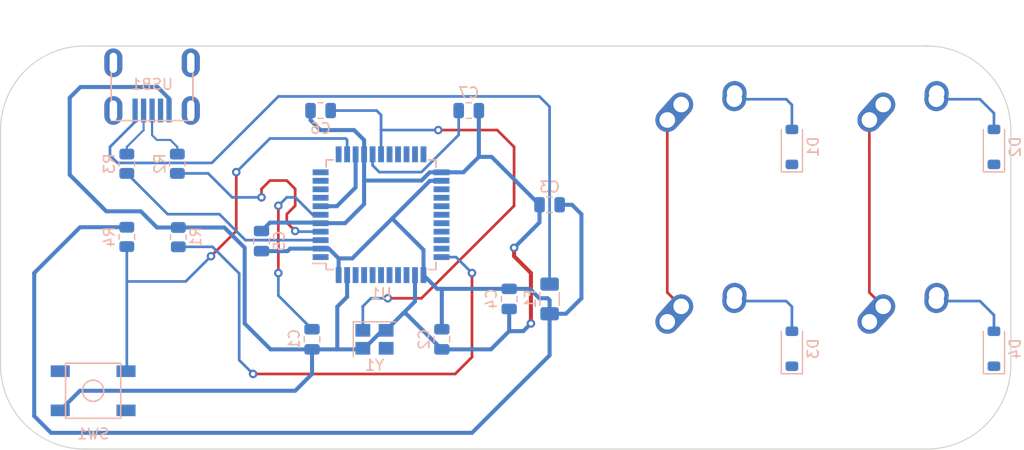
<source format=kicad_pcb>
(kicad_pcb (version 20221018) (generator pcbnew)
  (layers (0 "F.Cu" signal) (31 "B.Cu" signal) (34 "B.Paste" user) (35 "F.Paste" user) (36 "B.SilkS" user "B.Silkscreen") (37 "F.SilkS" user "F.Silkscreen") (38 "B.Mask" user) (39 "F.Mask" user) (44 "Edge.Cuts" user))
  (net 0 "")
  (net 1 "Net-(U1-UCAP)")
  (net 2 "GND")
  (net 3 "+5V")
  (net 4 "Net-(U1-XTAL1)")
  (net 5 "Net-(U1-XTAL2)")
  (net 6 "ROW0")
  (net 7 "Net-(D1-A)")
  (net 8 "Net-(D2-A)")
  (net 9 "ROW1")
  (net 10 "Net-(D3-A)")
  (net 11 "Net-(D4-A)")
  (net 12 "Net-(USB1-VBUS)")
  (net 13 "COL0")
  (net 14 "COL1")
  (net 15 "Net-(U1-~{HWB}{slash}PE2)")
  (net 16 "D+")
  (net 17 "Net-(U1-D+)")
  (net 18 "D-")
  (net 19 "Net-(U1-D-)")
  (net 20 "Net-(U1-~{RESET})")
  (footprint "MX_Alps_Hybrid:MX-1U-NoLED" (layer "F.Cu") (at 233.3625 92.075)
    (fp_text reference "MX3")
    (fp_text value "MX-NoLED")
    (pad "" np_thru_hole circle (at -5.08 0 48.0996) (size 1.75 1.75) (drill 1.75) (layers "*.Cu" "*.Mask"))
    (pad "" np_thru_hole circle (at 0 0) (size 3.9878 3.9878) (drill 3.9878) (layers "*.Cu" "*.Mask"))
    (pad "" np_thru_hole circle (at 5.08 0 48.0996) (size 1.75 1.75) (drill 1.75) (layers "*.Cu" "*.Mask"))
    (pad "1" thru_hole oval (at -3.81 -2.54 48.0996) (size 4.211556 2.25) (drill 1.47 (offset 0.980778 0)) (layers "*.Cu" "B.Mask") (net 13 "COL0"))
    (pad "1" thru_hole circle (at -2.5 -4) (size 2.25 2.25) (drill 1.47) (layers "*.Cu" "B.Mask") (net 13 "COL0"))
    (pad "2" thru_hole oval (at 2.5 -4.5 86.0548) (size 2.831378 2.25) (drill 1.47 (offset 0.290689 0)) (layers "*.Cu" "B.Mask") (net 10 "Net-(D3-A)"))
    (pad "2" thru_hole circle (at 2.54 -5.08) (size 2.25 2.25) (drill 1.47) (layers "*.Cu" "B.Mask") (net 10 "Net-(D3-A)"))
  )
  (footprint "MX_Alps_Hybrid:MX-1U-NoLED" (layer "F.Cu") (at 252.4125 73.025)
    (fp_text reference "MX2")
    (fp_text value "MX-NoLED")
    (pad "" np_thru_hole circle (at -5.08 0 48.0996) (size 1.75 1.75) (drill 1.75) (layers "*.Cu" "*.Mask"))
    (pad "" np_thru_hole circle (at 0 0) (size 3.9878 3.9878) (drill 3.9878) (layers "*.Cu" "*.Mask"))
    (pad "" np_thru_hole circle (at 5.08 0 48.0996) (size 1.75 1.75) (drill 1.75) (layers "*.Cu" "*.Mask"))
    (pad "1" thru_hole oval (at -3.81 -2.54 48.0996) (size 4.211556 2.25) (drill 1.47 (offset 0.980778 0)) (layers "*.Cu" "B.Mask") (net 14 "COL1"))
    (pad "1" thru_hole circle (at -2.5 -4) (size 2.25 2.25) (drill 1.47) (layers "*.Cu" "B.Mask") (net 14 "COL1"))
    (pad "2" thru_hole oval (at 2.5 -4.5 86.0548) (size 2.831378 2.25) (drill 1.47 (offset 0.290689 0)) (layers "*.Cu" "B.Mask") (net 8 "Net-(D2-A)"))
    (pad "2" thru_hole circle (at 2.54 -5.08) (size 2.25 2.25) (drill 1.47) (layers "*.Cu" "B.Mask") (net 8 "Net-(D2-A)"))
  )
  (footprint "MX_Alps_Hybrid:MX-1U-NoLED" (layer "F.Cu") (at 233.3625 73.025)
    (fp_text reference "MX1")
    (fp_text value "MX-NoLED")
    (pad "" np_thru_hole circle (at -5.08 0 48.0996) (size 1.75 1.75) (drill 1.75) (layers "*.Cu" "*.Mask"))
    (pad "" np_thru_hole circle (at 0 0) (size 3.9878 3.9878) (drill 3.9878) (layers "*.Cu" "*.Mask"))
    (pad "" np_thru_hole circle (at 5.08 0 48.0996) (size 1.75 1.75) (drill 1.75) (layers "*.Cu" "*.Mask"))
    (pad "1" thru_hole oval (at -3.81 -2.54 48.0996) (size 4.211556 2.25) (drill 1.47 (offset 0.980778 0)) (layers "*.Cu" "B.Mask") (net 13 "COL0"))
    (pad "1" thru_hole circle (at -2.5 -4) (size 2.25 2.25) (drill 1.47) (layers "*.Cu" "B.Mask") (net 13 "COL0"))
    (pad "2" thru_hole oval (at 2.5 -4.5 86.0548) (size 2.831378 2.25) (drill 1.47 (offset 0.290689 0)) (layers "*.Cu" "B.Mask") (net 7 "Net-(D1-A)"))
    (pad "2" thru_hole circle (at 2.54 -5.08) (size 2.25 2.25) (drill 1.47) (layers "*.Cu" "B.Mask") (net 7 "Net-(D1-A)"))
  )
  (footprint "MX_Alps_Hybrid:MX-1U-NoLED" (layer "F.Cu") (at 252.4125 92.075)
    (fp_text reference "MX4")
    (fp_text value "MX-NoLED")
    (pad "" np_thru_hole circle (at -5.08 0 48.0996) (size 1.75 1.75) (drill 1.75) (layers "*.Cu" "*.Mask"))
    (pad "" np_thru_hole circle (at 0 0) (size 3.9878 3.9878) (drill 3.9878) (layers "*.Cu" "*.Mask"))
    (pad "" np_thru_hole circle (at 5.08 0 48.0996) (size 1.75 1.75) (drill 1.75) (layers "*.Cu" "*.Mask"))
    (pad "1" thru_hole oval (at -3.81 -2.54 48.0996) (size 4.211556 2.25) (drill 1.47 (offset 0.980778 0)) (layers "*.Cu" "B.Mask") (net 14 "COL1"))
    (pad "1" thru_hole circle (at -2.5 -4) (size 2.25 2.25) (drill 1.47) (layers "*.Cu" "B.Mask") (net 14 "COL1"))
    (pad "2" thru_hole oval (at 2.5 -4.5 86.0548) (size 2.831378 2.25) (drill 1.47 (offset 0.290689 0)) (layers "*.Cu" "B.Mask") (net 11 "Net-(D4-A)"))
    (pad "2" thru_hole circle (at 2.54 -5.08) (size 2.25 2.25) (drill 1.47) (layers "*.Cu" "B.Mask") (net 11 "Net-(D4-A)"))
  )
  (footprint "Diode_SMD:D_SOD-123" (layer "B.Cu") (at 241.3 92.075 90)
    (fp_text reference "D3" (at 0 2 90) (layer "B.SilkS") (effects (justify mirror)))
    (fp_text value "SOD-123")
    (fp_line (start -2.36 -1) (end 1.65 -1) (stroke (width 0.12)) (layer "B.SilkS"))
    (fp_line (start -2.36 1) (end -2.36 -1) (stroke (width 0.12)) (layer "B.SilkS"))
    (fp_line (start -2.36 1) (end 1.65 1) (stroke (width 0.12)) (layer "B.SilkS"))
    (pad "1" smd roundrect (at -1.65 0 90) (size 0.9 1.2) (layers "B.Cu" "B.Paste" "B.Mask") (net 9 "ROW1"))
    (pad "2" smd roundrect (at 1.65 0 90) (size 0.9 1.2) (layers "B.Cu" "B.Paste" "B.Mask") (net 10 "Net-(D3-A)"))
  )
  (footprint "Resistor_SMD:R_0805_2012Metric" (layer "B.Cu") (at 178.59375 81.51875 -90)
    (fp_text reference "R4" (at 0 1.65 90) (layer "B.SilkS") (effects (justify mirror)))
    (fp_text value "10k")
    (fp_line (start -0.227064 -0.735) (end 0.227064 -0.735) (stroke (width 0.12)) (layer "B.SilkS"))
    (fp_line (start -0.227064 0.735) (end 0.227064 0.735) (stroke (width 0.12)) (layer "B.SilkS"))
    (pad "1" smd roundrect (at -0.9125 0 270) (size 1.025 1.4) (layers "B.Cu" "B.Paste" "B.Mask") (roundrect_rratio 0.243902) (net 3 "+5V"))
    (pad "2" smd roundrect (at 0.9125 0 270) (size 1.025 1.4) (layers "B.Cu" "B.Paste" "B.Mask") (roundrect_rratio 0.243902) (net 20 "Net-(U1-~{RESET})"))
  )
  (footprint "Capacitor_SMD:C_0805_2012Metric" (layer "B.Cu") (at 210.835 69.595 180)
    (fp_text reference "C7" (at 0 1.68) (layer "B.SilkS") (effects (justify mirror)))
    (fp_text value "22pF")
    (fp_line (start -0.261252 -0.735) (end 0.261252 -0.735) (stroke (width 0.12)) (layer "B.SilkS"))
    (fp_line (start -0.261252 0.735) (end 0.261252 0.735) (stroke (width 0.12)) (layer "B.SilkS"))
    (pad "1" smd roundrect (at -0.95 0 180) (size 1 1.45) (layers "B.Cu" "B.Paste" "B.Mask") (net 2 "GND"))
    (pad "2" smd roundrect (at 0.95 0 180) (size 1 1.45) (layers "B.Cu" "B.Paste" "B.Mask") (net 5 "Net-(U1-XTAL2)"))
  )
  (footprint "Diode_SMD:D_SOD-123" (layer "B.Cu") (at 260.35 73.025 90)
    (fp_text reference "D2" (at 0 2 90) (layer "B.SilkS") (effects (justify mirror)))
    (fp_text value "SOD-123")
    (fp_line (start -2.36 -1) (end 1.65 -1) (stroke (width 0.12)) (layer "B.SilkS"))
    (fp_line (start -2.36 1) (end -2.36 -1) (stroke (width 0.12)) (layer "B.SilkS"))
    (fp_line (start -2.36 1) (end 1.65 1) (stroke (width 0.12)) (layer "B.SilkS"))
    (pad "1" smd roundrect (at -1.65 0 90) (size 0.9 1.2) (layers "B.Cu" "B.Paste" "B.Mask") (net 6 "ROW0"))
    (pad "2" smd roundrect (at 1.65 0 90) (size 0.9 1.2) (layers "B.Cu" "B.Paste" "B.Mask") (net 8 "Net-(D2-A)"))
  )
  (footprint "Diode_SMD:D_SOD-123" (layer "B.Cu") (at 241.3 73.025 90)
    (fp_text reference "D1" (at 0 2 90) (layer "B.SilkS") (effects (justify mirror)))
    (fp_text value "SOD-123")
    (fp_line (start -2.36 -1) (end 1.65 -1) (stroke (width 0.12)) (layer "B.SilkS"))
    (fp_line (start -2.36 1) (end -2.36 -1) (stroke (width 0.12)) (layer "B.SilkS"))
    (fp_line (start -2.36 1) (end 1.65 1) (stroke (width 0.12)) (layer "B.SilkS"))
    (pad "1" smd roundrect (at -1.65 0 90) (size 0.9 1.2) (layers "B.Cu" "B.Paste" "B.Mask") (net 6 "ROW0"))
    (pad "2" smd roundrect (at 1.65 0 90) (size 0.9 1.2) (layers "B.Cu" "B.Paste" "B.Mask") (net 7 "Net-(D1-A)"))
  )
  (footprint "Resistor_SMD:R_0805_2012Metric" (layer "B.Cu") (at 178.59375 74.6125 -90)
    (fp_text reference "R3" (at 0 1.65 90) (layer "B.SilkS") (effects (justify mirror)))
    (fp_text value "22")
    (fp_line (start -0.227064 -0.735) (end 0.227064 -0.735) (stroke (width 0.12)) (layer "B.SilkS"))
    (fp_line (start -0.227064 0.735) (end 0.227064 0.735) (stroke (width 0.12)) (layer "B.SilkS"))
    (pad "1" smd roundrect (at -0.9125 0 270) (size 1.025 1.4) (layers "B.Cu" "B.Paste" "B.Mask") (roundrect_rratio 0.243902) (net 18 "D-"))
    (pad "2" smd roundrect (at 0.9125 0 270) (size 1.025 1.4) (layers "B.Cu" "B.Paste" "B.Mask") (roundrect_rratio 0.243902) (net 19 "Net-(U1-D-)"))
  )
  (footprint "Resistor_SMD:R_0805_2012Metric" (layer "B.Cu") (at 183.35625 74.6125 -90)
    (fp_text reference "R2" (at 0 1.65 90) (layer "B.SilkS") (effects (justify mirror)))
    (fp_text value "22")
    (fp_line (start -0.227064 -0.735) (end 0.227064 -0.735) (stroke (width 0.12)) (layer "B.SilkS"))
    (fp_line (start -0.227064 0.735) (end 0.227064 0.735) (stroke (width 0.12)) (layer "B.SilkS"))
    (pad "1" smd roundrect (at -0.9125 0 270) (size 1.025 1.4) (layers "B.Cu" "B.Paste" "B.Mask") (roundrect_rratio 0.243902) (net 16 "D+"))
    (pad "2" smd roundrect (at 0.9125 0 270) (size 1.025 1.4) (layers "B.Cu" "B.Paste" "B.Mask") (roundrect_rratio 0.243902) (net 17 "Net-(U1-D+)"))
  )
  (footprint "Capacitor_SMD:C_0805_2012Metric" (layer "B.Cu") (at 196.05625 91.185 -90)
    (fp_text reference "C1" (at 0 1.68 90) (layer "B.SilkS") (effects (justify mirror)))
    (fp_text value "1uF")
    (fp_line (start -0.261252 -0.735) (end 0.261252 -0.735) (stroke (width 0.12)) (layer "B.SilkS"))
    (fp_line (start -0.261252 0.735) (end 0.261252 0.735) (stroke (width 0.12)) (layer "B.SilkS"))
    (pad "1" smd roundrect (at -0.95 0 270) (size 1 1.45) (layers "B.Cu" "B.Paste" "B.Mask") (net 1 "Net-(U1-UCAP)"))
    (pad "2" smd roundrect (at 0.95 0 270) (size 1 1.45) (layers "B.Cu" "B.Paste" "B.Mask") (net 2 "GND"))
  )
  (footprint "Package_QFP:TQFP-44_10x10mm_P0.8mm" (layer "B.Cu") (at 202.565 79.425)
    (fp_text reference "U1" (at 0 7.45) (layer "B.SilkS") (effects (justify mirror)))
    (fp_text value "ATmega32U4-A")
    (fp_line (start -5.175 -5.175) (end -5.175 -4.5) (stroke (width 0.15)) (layer "B.SilkS"))
    (fp_line (start -5.175 -5.175) (end -4.5 -5.175) (stroke (width 0.15)) (layer "B.SilkS"))
    (fp_line (start -5.175 4.6) (end -6.45 4.6) (stroke (width 0.15)) (layer "B.SilkS"))
    (fp_line (start -5.175 5.175) (end -5.175 4.6) (stroke (width 0.15)) (layer "B.SilkS"))
    (fp_line (start -5.175 5.175) (end -4.5 5.175) (stroke (width 0.15)) (layer "B.SilkS"))
    (fp_line (start 5.175 -5.175) (end 4.5 -5.175) (stroke (width 0.15)) (layer "B.SilkS"))
    (fp_line (start 5.175 -5.175) (end 5.175 -4.5) (stroke (width 0.15)) (layer "B.SilkS"))
    (fp_line (start 5.175 5.175) (end 4.5 5.175) (stroke (width 0.15)) (layer "B.SilkS"))
    (fp_line (start 5.175 5.175) (end 5.175 4.5) (stroke (width 0.15)) (layer "B.SilkS"))
    (pad "1" smd rect (at -5.7 4) (size 1.5 0.55) (layers "B.Cu" "B.Paste" "B.Mask"))
    (pad "2" smd rect (at -5.7 3.2) (size 1.5 0.55) (layers "B.Cu" "B.Paste" "B.Mask") (net 3 "+5V"))
    (pad "3" smd rect (at -5.7 2.4) (size 1.5 0.55) (layers "B.Cu" "B.Paste" "B.Mask") (net 19 "Net-(U1-D-)"))
    (pad "4" smd rect (at -5.7 1.6) (size 1.5 0.55) (layers "B.Cu" "B.Paste" "B.Mask") (net 17 "Net-(U1-D+)"))
    (pad "5" smd rect (at -5.7 0.8) (size 1.5 0.55) (layers "B.Cu" "B.Paste" "B.Mask") (net 2 "GND"))
    (pad "6" smd rect (at -5.7 0) (size 1.5 0.55) (layers "B.Cu" "B.Paste" "B.Mask") (net 1 "Net-(U1-UCAP)"))
    (pad "7" smd rect (at -5.7 -0.8) (size 1.5 0.55) (layers "B.Cu" "B.Paste" "B.Mask") (net 3 "+5V"))
    (pad "8" smd rect (at -5.7 -1.6) (size 1.5 0.55) (layers "B.Cu" "B.Paste" "B.Mask"))
    (pad "9" smd rect (at -5.7 -2.4) (size 1.5 0.55) (layers "B.Cu" "B.Paste" "B.Mask"))
    (pad "10" smd rect (at -5.7 -3.2) (size 1.5 0.55) (layers "B.Cu" "B.Paste" "B.Mask"))
    (pad "11" smd rect (at -5.7 -4) (size 1.5 0.55) (layers "B.Cu" "B.Paste" "B.Mask"))
    (pad "12" smd rect (at -4 -5.7 270) (size 1.5 0.55) (layers "B.Cu" "B.Paste" "B.Mask"))
    (pad "13" smd rect (at -3.2 -5.7 270) (size 1.5 0.55) (layers "B.Cu" "B.Paste" "B.Mask") (net 20 "Net-(U1-~{RESET})"))
    (pad "14" smd rect (at -2.4 -5.7 270) (size 1.5 0.55) (layers "B.Cu" "B.Paste" "B.Mask") (net 3 "+5V"))
    (pad "15" smd rect (at -1.6 -5.7 270) (size 1.5 0.55) (layers "B.Cu" "B.Paste" "B.Mask") (net 2 "GND"))
    (pad "16" smd rect (at -0.8 -5.7 270) (size 1.5 0.55) (layers "B.Cu" "B.Paste" "B.Mask") (net 5 "Net-(U1-XTAL2)"))
    (pad "17" smd rect (at 0 -5.7 270) (size 1.5 0.55) (layers "B.Cu" "B.Paste" "B.Mask") (net 4 "Net-(U1-XTAL1)"))
    (pad "18" smd rect (at 0.8 -5.7 270) (size 1.5 0.55) (layers "B.Cu" "B.Paste" "B.Mask"))
    (pad "19" smd rect (at 1.6 -5.7 270) (size 1.5 0.55) (layers "B.Cu" "B.Paste" "B.Mask"))
    (pad "20" smd rect (at 2.4 -5.7 270) (size 1.5 0.55) (layers "B.Cu" "B.Paste" "B.Mask"))
    (pad "21" smd rect (at 3.2 -5.7 270) (size 1.5 0.55) (layers "B.Cu" "B.Paste" "B.Mask"))
    (pad "22" smd rect (at 4 -5.7 270) (size 1.5 0.55) (layers "B.Cu" "B.Paste" "B.Mask"))
    (pad "23" smd rect (at 5.7 -4) (size 1.5 0.55) (layers "B.Cu" "B.Paste" "B.Mask") (net 2 "GND"))
    (pad "24" smd rect (at 5.7 -3.2) (size 1.5 0.55) (layers "B.Cu" "B.Paste" "B.Mask") (net 3 "+5V"))
    (pad "25" smd rect (at 5.7 -2.4) (size 1.5 0.55) (layers "B.Cu" "B.Paste" "B.Mask"))
    (pad "26" smd rect (at 5.7 -1.6) (size 1.5 0.55) (layers "B.Cu" "B.Paste" "B.Mask"))
    (pad "27" smd rect (at 5.7 -0.8) (size 1.5 0.55) (layers "B.Cu" "B.Paste" "B.Mask"))
    (pad "28" smd rect (at 5.7 0) (size 1.5 0.55) (layers "B.Cu" "B.Paste" "B.Mask"))
    (pad "29" smd rect (at 5.7 0.8) (size 1.5 0.55) (layers "B.Cu" "B.Paste" "B.Mask"))
    (pad "30" smd rect (at 5.7 1.6) (size 1.5 0.55) (layers "B.Cu" "B.Paste" "B.Mask"))
    (pad "31" smd rect (at 5.7 2.4) (size 1.5 0.55) (layers "B.Cu" "B.Paste" "B.Mask"))
    (pad "32" smd rect (at 5.7 3.2) (size 1.5 0.55) (layers "B.Cu" "B.Paste" "B.Mask"))
    (pad "33" smd rect (at 5.7 4) (size 1.5 0.55) (layers "B.Cu" "B.Paste" "B.Mask") (net 15 "Net-(U1-~{HWB}{slash}PE2)"))
    (pad "34" smd rect (at 4 5.7 270) (size 1.5 0.55) (layers "B.Cu" "B.Paste" "B.Mask") (net 3 "+5V"))
    (pad "35" smd rect (at 3.2 5.7 270) (size 1.5 0.55) (layers "B.Cu" "B.Paste" "B.Mask") (net 2 "GND"))
    (pad "36" smd rect (at 2.4 5.7 270) (size 1.5 0.55) (layers "B.Cu" "B.Paste" "B.Mask"))
    (pad "37" smd rect (at 1.6 5.7 270) (size 1.5 0.55) (layers "B.Cu" "B.Paste" "B.Mask"))
    (pad "38" smd rect (at 0.8 5.7 270) (size 1.5 0.55) (layers "B.Cu" "B.Paste" "B.Mask"))
    (pad "39" smd rect (at 0 5.7 270) (size 1.5 0.55) (layers "B.Cu" "B.Paste" "B.Mask"))
    (pad "40" smd rect (at -0.8 5.7 270) (size 1.5 0.55) (layers "B.Cu" "B.Paste" "B.Mask"))
    (pad "41" smd rect (at -1.6 5.7 270) (size 1.5 0.55) (layers "B.Cu" "B.Paste" "B.Mask"))
    (pad "42" smd rect (at -2.4 5.7 270) (size 1.5 0.55) (layers "B.Cu" "B.Paste" "B.Mask"))
    (pad "43" smd rect (at -3.2 5.7 270) (size 1.5 0.55) (layers "B.Cu" "B.Paste" "B.Mask") (net 2 "GND"))
    (pad "44" smd rect (at -4 5.7 270) (size 1.5 0.55) (layers "B.Cu" "B.Paste" "B.Mask") (net 3 "+5V"))
  )
  (footprint "random-keyboard-parts:Molex-0548190589" (layer "B.Cu") (at 180.975 65.0875 -90)
    (fp_text reference "USB1" (at 2.032 0) (layer "B.SilkS") (effects (justify mirror)))
    (fp_text value "Molex-0548190589")
    (fp_line (start 0 -3.85) (end 5.45 -3.85) (stroke (width 0.15)) (layer "B.SilkS"))
    (fp_line (start 0 3.85) (end 5.45 3.85) (stroke (width 0.15)) (layer "B.SilkS"))
    (fp_line (start 5.45 3.85) (end 5.45 -3.85) (stroke (width 0.15)) (layer "B.SilkS"))
    (pad "1" smd rect (at 4.5 -1.6 270) (size 2.25 0.5) (layers "B.Cu" "B.Paste" "B.Mask") (net 2 "GND"))
    (pad "2" smd rect (at 4.5 -0.8 270) (size 2.25 0.5) (layers "B.Cu" "B.Paste" "B.Mask"))
    (pad "3" smd rect (at 4.5 0 270) (size 2.25 0.5) (layers "B.Cu" "B.Paste" "B.Mask") (net 16 "D+"))
    (pad "4" smd rect (at 4.5 0.8 270) (size 2.25 0.5) (layers "B.Cu" "B.Paste" "B.Mask") (net 18 "D-"))
    (pad "5" smd rect (at 4.5 1.6 270) (size 2.25 0.5) (layers "B.Cu" "B.Paste" "B.Mask") (net 12 "Net-(USB1-VBUS)"))
    (pad "6" thru_hole oval (at 0 -3.65 270) (size 2.7 1.7) (drill oval 1.9 0.7) (layers "*.Cu" "*.Mask"))
    (pad "6" thru_hole oval (at 0 3.65 270) (size 2.7 1.7) (drill oval 1.9 0.7) (layers "*.Cu" "*.Mask"))
    (pad "6" thru_hole oval (at 4.5 -3.65 270) (size 2.7 1.7) (drill oval 1.9 0.7) (layers "*.Cu" "*.Mask"))
    (pad "6" thru_hole oval (at 4.5 3.65 270) (size 2.7 1.7) (drill oval 1.9 0.7) (layers "*.Cu" "*.Mask"))
  )
  (footprint "Capacitor_SMD:C_0805_2012Metric" (layer "B.Cu") (at 196.865 69.595)
    (fp_text reference "C6" (at 0 1.68) (layer "B.SilkS") (effects (justify mirror)))
    (fp_text value "22pF")
    (fp_line (start -0.261252 -0.735) (end 0.261252 -0.735) (stroke (width 0.12)) (layer "B.SilkS"))
    (fp_line (start -0.261252 0.735) (end 0.261252 0.735) (stroke (width 0.12)) (layer "B.SilkS"))
    (pad "1" smd roundrect (at -0.95 0) (size 1 1.45) (layers "B.Cu" "B.Paste" "B.Mask") (net 2 "GND"))
    (pad "2" smd roundrect (at 0.95 0) (size 1 1.45) (layers "B.Cu" "B.Paste" "B.Mask") (net 4 "Net-(U1-XTAL1)"))
  )
  (footprint "Capacitor_SMD:C_0805_2012Metric" (layer "B.Cu") (at 218.455 78.485 180)
    (fp_text reference "C3" (at 0 1.68) (layer "B.SilkS") (effects (justify mirror)))
    (fp_text value "0.1uF")
    (fp_line (start -0.261252 -0.735) (end 0.261252 -0.735) (stroke (width 0.12)) (layer "B.SilkS"))
    (fp_line (start -0.261252 0.735) (end 0.261252 0.735) (stroke (width 0.12)) (layer "B.SilkS"))
    (pad "1" smd roundrect (at -0.95 0 180) (size 1 1.45) (layers "B.Cu" "B.Paste" "B.Mask") (net 3 "+5V"))
    (pad "2" smd roundrect (at 0.95 0 180) (size 1 1.45) (layers "B.Cu" "B.Paste" "B.Mask") (net 2 "GND"))
  )
  (footprint "random-keyboard-parts:SKQG-1155865" (layer "B.Cu") (at 175.41875 96.04375 180)
    (fp_text reference "SW1" (at 0 -4.064) (layer "B.SilkS") (effects (justify mirror)))
    (fp_text value "SW_Push")
    (fp_line (start -2.6 -2.6) (end -2.6 2.6) (stroke (width 0.15)) (layer "B.SilkS"))
    (fp_line (start -2.6 2.6) (end 2.6 2.6) (stroke (width 0.15)) (layer "B.SilkS"))
    (fp_line (start 2.6 -2.6) (end -2.6 -2.6) (stroke (width 0.15)) (layer "B.SilkS"))
    (fp_line (start 2.6 2.6) (end 2.6 -2.6) (stroke (width 0.15)) (layer "B.SilkS"))
    (fp_circle (center 0 0) (end 1 0) (stroke (width 0.15)) (fill none) (layer "B.SilkS"))
    (pad "1" smd rect (at 3.1 -1.85 180) (size 1.8 1.1) (layers "B.Cu" "B.Paste" "B.Mask") (net 2 "GND"))
    (pad "2" smd rect (at -3.1 1.85 180) (size 1.8 1.1) (layers "B.Cu" "B.Paste" "B.Mask") (net 20 "Net-(U1-~{RESET})"))
    (pad "3" smd rect (at 3.1 1.85 180) (size 1.8 1.1) (layers "B.Cu" "B.Paste" "B.Mask"))
    (pad "4" smd rect (at -3.1 -1.85 180) (size 1.8 1.1) (layers "B.Cu" "B.Paste" "B.Mask"))
  )
  (footprint "Crystal:Crystal_SMD_3225-4Pin_3.2x2.5mm" (layer "B.Cu") (at 201.945 91.185)
    (fp_text reference "Y1" (at 0 2.45) (layer "B.SilkS") (effects (justify mirror)))
    (fp_text value "16MHz")
    (fp_line (start -2 -1.65) (end 2 -1.65) (stroke (width 0.12)) (layer "B.SilkS"))
    (fp_line (start -2 1.65) (end -2 -1.65) (stroke (width 0.12)) (layer "B.SilkS"))
    (pad "1" smd rect (at -1.1 -0.85) (size 1.4 1.2) (layers "B.Cu" "B.Paste" "B.Mask") (net 4 "Net-(U1-XTAL1)"))
    (pad "2" smd rect (at 1.1 -0.85) (size 1.4 1.2) (layers "B.Cu" "B.Paste" "B.Mask") (net 2 "GND"))
    (pad "3" smd rect (at 1.1 0.85) (size 1.4 1.2) (layers "B.Cu" "B.Paste" "B.Mask") (net 5 "Net-(U1-XTAL2)"))
    (pad "4" smd rect (at -1.1 0.85) (size 1.4 1.2) (layers "B.Cu" "B.Paste" "B.Mask") (net 2 "GND"))
  )
  (footprint "Resistor_SMD:R_0805_2012Metric" (layer "B.Cu") (at 183.451457 81.54385 90)
    (fp_text reference "R1" (at 0 1.65 90) (layer "B.SilkS") (effects (justify mirror)))
    (fp_text value "10k")
    (fp_line (start -0.227064 -0.735) (end 0.227064 -0.735) (stroke (width 0.12)) (layer "B.SilkS"))
    (fp_line (start -0.227064 0.735) (end 0.227064 0.735) (stroke (width 0.12)) (layer "B.SilkS"))
    (pad "1" smd roundrect (at -0.9125 0 90) (size 1.025 1.4) (layers "B.Cu" "B.Paste" "B.Mask") (roundrect_rratio 0.243902) (net 15 "Net-(U1-~{HWB}{slash}PE2)"))
    (pad "2" smd roundrect (at 0.9125 0 90) (size 1.025 1.4) (layers "B.Cu" "B.Paste" "B.Mask") (roundrect_rratio 0.243902) (net 2 "GND"))
  )
  (footprint "Capacitor_SMD:C_0805_2012Metric" (layer "B.Cu") (at 214.645 87.375 -90)
    (fp_text reference "C4" (at 0 1.68 90) (layer "B.SilkS") (effects (justify mirror)))
    (fp_text value "0.1uF")
    (fp_line (start -0.261252 -0.735) (end 0.261252 -0.735) (stroke (width 0.12)) (layer "B.SilkS"))
    (fp_line (start -0.261252 0.735) (end 0.261252 0.735) (stroke (width 0.12)) (layer "B.SilkS"))
    (pad "1" smd roundrect (at -0.95 0 270) (size 1 1.45) (layers "B.Cu" "B.Paste" "B.Mask") (net 3 "+5V"))
    (pad "2" smd roundrect (at 0.95 0 270) (size 1 1.45) (layers "B.Cu" "B.Paste" "B.Mask") (net 2 "GND"))
  )
  (footprint "Fuse:Fuse_1206_3216Metric" (layer "B.Cu") (at 218.455 87.375 -90)
    (fp_text reference "F1" (at 0 1.82 90) (layer "B.SilkS") (effects (justify mirror)))
    (fp_text value "500mA")
    (fp_line (start -0.602064 -0.91) (end 0.602064 -0.91) (stroke (width 0.12)) (layer "B.SilkS"))
    (fp_line (start -0.602064 0.91) (end 0.602064 0.91) (stroke (width 0.12)) (layer "B.SilkS"))
    (pad "1" smd roundrect (at -1.4 0 270) (size 1.25 1.75) (layers "B.Cu" "B.Paste" "B.Mask") (roundrect_rratio 0.2) (net 12 "Net-(USB1-VBUS)"))
    (pad "2" smd roundrect (at 1.4 0 270) (size 1.25 1.75) (layers "B.Cu" "B.Paste" "B.Mask") (roundrect_rratio 0.2) (net 3 "+5V"))
  )
  (footprint "Capacitor_SMD:C_0805_2012Metric" (layer "B.Cu") (at 191.29375 81.9125 90)
    (fp_text reference "C5" (at 0 1.68 90) (layer "B.SilkS") (effects (justify mirror)))
    (fp_text value "0.1uF")
    (fp_line (start -0.261252 -0.735) (end 0.261252 -0.735) (stroke (width 0.12)) (layer "B.SilkS"))
    (fp_line (start -0.261252 0.735) (end 0.261252 0.735) (stroke (width 0.12)) (layer "B.SilkS"))
    (pad "1" smd roundrect (at -0.95 0 90) (size 1 1.45) (layers "B.Cu" "B.Paste" "B.Mask") (net 3 "+5V"))
    (pad "2" smd roundrect (at 0.95 0 90) (size 1 1.45) (layers "B.Cu" "B.Paste" "B.Mask") (net 2 "GND"))
  )
  (footprint "Capacitor_SMD:C_0805_2012Metric" (layer "B.Cu") (at 208.295 91.185 -90)
    (fp_text reference "C2" (at 0 1.68 90) (layer "B.SilkS") (effects (justify mirror)))
    (fp_text value "0.1uF")
    (fp_line (start -0.261252 -0.735) (end 0.261252 -0.735) (stroke (width 0.12)) (layer "B.SilkS"))
    (fp_line (start -0.261252 0.735) (end 0.261252 0.735) (stroke (width 0.12)) (layer "B.SilkS"))
    (pad "1" smd roundrect (at -0.95 0 270) (size 1 1.45) (layers "B.Cu" "B.Paste" "B.Mask") (net 3 "+5V"))
    (pad "2" smd roundrect (at 0.95 0 270) (size 1 1.45) (layers "B.Cu" "B.Paste" "B.Mask") (net 2 "GND"))
  )
  (footprint "Diode_SMD:D_SOD-123" (layer "B.Cu") (at 260.35 92.075 90)
    (fp_text reference "D4" (at 0 2 90) (layer "B.SilkS") (effects (justify mirror)))
    (fp_text value "SOD-123")
    (fp_line (start -2.36 -1) (end 1.65 -1) (stroke (width 0.12)) (layer "B.SilkS"))
    (fp_line (start -2.36 1) (end -2.36 -1) (stroke (width 0.12)) (layer "B.SilkS"))
    (fp_line (start -2.36 1) (end 1.65 1) (stroke (width 0.12)) (layer "B.SilkS"))
    (pad "1" smd roundrect (at -1.65 0 90) (size 0.9 1.2) (layers "B.Cu" "B.Paste" "B.Mask") (net 9 "ROW1"))
    (pad "2" smd roundrect (at 1.65 0 90) (size 0.9 1.2) (layers "B.Cu" "B.Paste" "B.Mask") (net 11 "Net-(D4-A)"))
  )
  (gr_arc (start 261.9375 93.60609) (mid 259.61266 99.21875) (end 254 101.54359) (stroke (width 0.1)) (layer "Edge.Cuts"))
  (gr_arc (start 254 63.5) (mid 259.61266 65.82484) (end 261.9375 71.4375) (stroke (width 0.1)) (layer "Edge.Cuts"))
  (gr_line (start 166.6875 71.4375) (end 166.6875 93.60609) (stroke (width 0.1)) (layer "Edge.Cuts"))
  (gr_arc (start 254 63.5) (mid 254 63.5) (end 254 63.5) (stroke (width 0.1)) (layer "Edge.Cuts"))
  (gr_line (start 174.625 101.54359) (end 254 101.54359) (stroke (width 0.1)) (layer "Edge.Cuts"))
  (gr_arc (start 166.6875 71.4375) (mid 169.01234 65.82484) (end 174.625 63.5) (stroke (width 0.1)) (layer "Edge.Cuts"))
  (gr_arc (start 174.625 101.54359) (mid 169.01234 99.21875) (end 166.6875 93.60609) (stroke (width 0.1)) (layer "Edge.Cuts"))
  (gr_line (start 174.625 63.5) (end 254 63.5) (stroke (width 0.1)) (layer "Edge.Cuts"))
  (gr_line (start 261.9375 71.4375) (end 261.9375 93.60609) (stroke (width 0.1)) (layer "Edge.Cuts"))
  (segment (start 192.88125 84.93125) (end 192.88125 78.58125) (width 0.254) (layer "F.Cu") (net 1))
  (via (at 192.88125 84.93125) (size 0.8) (drill 0.4) (layers "F.Cu" "B.Cu") (net 1))
  (via (at 192.88125 78.58125) (size 0.8) (drill 0.4) (layers "F.Cu" "B.Cu") (net 1))
  (segment (start 196.865 79.425) (end 196.115 79.425) (width 0.254) (layer "B.Cu") (net 1))
  (segment (start 194.4775 77.7875) (end 193.675 77.7875) (width 0.254) (layer "B.Cu") (net 1))
  (segment (start 193.675 77.7875) (end 192.88125 78.58125) (width 0.254) (layer "B.Cu") (net 1))
  (segment (start 196.05625 90.235) (end 192.88125 87.06) (width 0.254) (layer "B.Cu") (net 1))
  (segment (start 196.115 79.425) (end 194.4775 77.7875) (width 0.254) (layer "B.Cu") (net 1))
  (segment (start 192.88125 87.06) (end 192.88125 84.93125) (width 0.254) (layer "B.Cu") (net 1))
  (segment (start 216.69375 89.69375) (end 216.69375 84.93125) (width 0.381) (layer "F.Cu") (net 2))
  (segment (start 216.69375 84.93125) (end 215.10625 83.34375) (width 0.381) (layer "F.Cu") (net 2))
  (segment (start 215.10625 83.34375) (end 215.10625 82.55) (width 0.381) (layer "F.Cu") (net 2))
  (via (at 216.69375 89.69375) (size 0.8) (drill 0.4) (layers "F.Cu" "B.Cu") (net 2))
  (via (at 215.10625 82.55) (size 0.8) (drill 0.4) (layers "F.Cu" "B.Cu") (net 2))
  (segment (start 212.92697 92.135) (end 208.295 92.135) (width 0.381) (layer "B.Cu") (net 2))
  (segment (start 206.375 76.2) (end 200.965 76.2) (width 0.381) (layer "B.Cu") (net 2))
  (segment (start 200.845 92.035) (end 200.99725 92.035) (width 0.381) (layer "B.Cu") (net 2))
  (segment (start 208.265 75.425) (end 207.15 75.425) (width 0.381) (layer "B.Cu") (net 2))
  (segment (start 183.451457 80.63135) (end 187.7876 80.63135) (width 0.381) (layer "B.Cu") (net 2))
  (segment (start 194.46875 96.04375) (end 196.05625 94.45625) (width 0.381) (layer "B.Cu") (net 2))
  (segment (start 200.025 71.4375) (end 196.85 71.4375) (width 0.381) (layer "B.Cu") (net 2))
  (segment (start 173.211427 75.657079) (end 176.662918 79.10857) (width 0.381) (layer "B.Cu") (net 2))
  (segment (start 205.765 87.615) (end 205.765 85.125) (width 0.381) (layer "B.Cu") (net 2))
  (segment (start 173.211427 68.382398) (end 173.211427 75.657079) (width 0.381) (layer "B.Cu") (net 2))
  (segment (start 200.99725 92.035) (end 202.69725 90.335) (width 0.381) (layer "B.Cu") (net 2))
  (segment (start 192.1475 92.135) (end 196.05625 92.135) (width 0.381) (layer "B.Cu") (net 2))
  (segment (start 217.505 80.15125) (end 217.505 78.485) (width 0.381) (layer "B.Cu") (net 2))
  (segment (start 176.662918 79.10857) (end 179.91482 79.10857) (width 0.381) (layer "B.Cu") (net 2))
  (segment (start 214.645 90.41697) (end 215.97053 90.41697) (width 0.381) (layer "B.Cu") (net 2))
  (segment (start 200.965 72.3775) (end 200.025 71.4375) (width 0.381) (layer "B.Cu") (net 2))
  (segment (start 191.29375 80.9625) (end 192.0875 80.16875) (width 0.381) (layer "B.Cu") (net 2))
  (segment (start 211.785 73.965) (end 211.785 69.595) (width 0.381) (layer "B.Cu") (net 2))
  (segment (start 198.4375 92.135) (end 198.4375 88.10625) (width 0.381) (layer "B.Cu") (net 2))
  (segment (start 200.965 78.435) (end 199.175 80.225) (width 0.381) (layer "B.Cu") (net 2))
  (segment (start 204.90625 88.74625) (end 204.63375 88.74625) (width 0.381) (layer "B.Cu") (net 2))
  (segment (start 204.63375 88.74625) (end 205.765 87.615) (width 0.381) (layer "B.Cu") (net 2))
  (segment (start 198.4375 88.10625) (end 199.365 87.17875) (width 0.381) (layer "B.Cu") (net 2))
  (segment (start 208.265 75.425) (end 210.325 75.425) (width 0.381) (layer "B.Cu") (net 2))
  (segment (start 195.915 70.5025) (end 195.915 69.595) (width 0.381) (layer "B.Cu") (net 2))
  (segment (start 196.05625 94.45625) (end 196.05625 92.135) (width 0.381) (layer "B.Cu") (net 2))
  (segment (start 196.05625 92.135) (end 198.4375 92.135) (width 0.381) (layer "B.Cu") (net 2))
  (segment (start 179.91482 79.10857) (end 181.4376 80.63135) (width 0.381) (layer "B.Cu") (net 2))
  (segment (start 196.85 71.4375) (end 195.915 70.5025) (width 0.381) (layer "B.Cu") (net 2))
  (segment (start 200.965 73.725) (end 200.965 76.2) (width 0.381) (layer "B.Cu") (net 2))
  (segment (start 174.16875 96.04375) (end 194.46875 96.04375) (width 0.381) (layer "B.Cu") (net 2))
  (segment (start 200.965 76.2) (end 200.965 78.435) (width 0.381) (layer "B.Cu") (net 2))
  (segment (start 215.10625 82.55) (end 217.505 80.15125) (width 0.381) (layer "B.Cu") (net 2))
  (segment (start 200.745 92.135) (end 200.845 92.035) (width 0.381) (layer "B.Cu") (net 2))
  (segment (start 196.80875 80.16875) (end 196.865 80.225) (width 0.381) (layer "B.Cu") (net 2))
  (segment (start 207.15 75.425) (end 206.375 76.2) (width 0.381) (layer "B.Cu") (net 2))
  (segment (start 199.365 87.17875) (end 199.365 85.125) (width 0.381) (layer "B.Cu") (net 2))
  (segment (start 215.97053 90.41697) (end 216.69375 89.69375) (width 0.381) (layer "B.Cu") (net 2))
  (segment (start 214.645 88.325) (end 214.645 90.41697) (width 0.381) (layer "B.Cu") (net 2))
  (segment (start 199.175 80.225) (end 196.865 80.225) (width 0.381) (layer "B.Cu") (net 2))
  (segment (start 187.7876 80.63135) (end 189.70625 82.55) (width 0.381) (layer "B.Cu") (net 2))
  (segment (start 189.70625 89.69375) (end 192.1475 92.135) (width 0.381) (layer "B.Cu") (net 2))
  (segment (start 182.575 68.46025) (end 181.48825 67.3735) (width 0.381) (layer "B.Cu") (net 2))
  (segment (start 182.575 69.5875) (end 182.575 68.46025) (width 0.381) (layer "B.Cu") (net 2))
  (segment (start 189.70625 82.55) (end 189.70625 89.69375) (width 0.381) (layer "B.Cu") (net 2))
  (segment (start 217.505 78.485) (end 212.985 73.965) (width 0.381) (layer "B.Cu") (net 2))
  (segment (start 181.4376 80.63135) (end 183.451457 80.63135) (width 0.381) (layer "B.Cu") (net 2))
  (segment (start 208.295 92.135) (end 204.90625 88.74625) (width 0.381) (layer "B.Cu") (net 2))
  (segment (start 212.985 73.965) (end 211.785 73.965) (width 0.381) (layer "B.Cu") (net 2))
  (segment (start 210.325 75.425) (end 211.785 73.965) (width 0.381) (layer "B.Cu") (net 2))
  (segment (start 198.4375 92.135) (end 200.745 92.135) (width 0.381) (layer "B.Cu") (net 2))
  (segment (start 203.045 90.335) (end 204.63375 88.74625) (width 0.381) (layer "B.Cu") (net 2))
  (segment (start 192.0875 80.16875) (end 196.80875 80.16875) (width 0.381) (layer "B.Cu") (net 2))
  (segment (start 200.965 73.725) (end 200.965 72.3775) (width 0.381) (layer "B.Cu") (net 2))
  (segment (start 174.220325 67.3735) (end 173.211427 68.382398) (width 0.381) (layer "B.Cu") (net 2))
  (segment (start 172.31875 97.89375) (end 174.16875 96.04375) (width 0.381) (layer "B.Cu") (net 2))
  (segment (start 214.645 90.41697) (end 212.92697 92.135) (width 0.381) (layer "B.Cu") (net 2))
  (segment (start 202.69725 90.335) (end 203.045 90.335) (width 0.381) (layer "B.Cu") (net 2))
  (segment (start 181.48825 67.3735) (end 174.220325 67.3735) (width 0.381) (layer "B.Cu") (net 2))
  (segment (start 174.1875 80.60625) (end 169.8625 84.93125) (width 0.381) (layer "B.Cu") (net 3))
  (segment (start 220.56625 78.485) (end 219.405 78.485) (width 0.381) (layer "B.Cu") (net 3))
  (segment (start 200.165 73.725) (end 200.165 76.85375) (width 0.381) (layer "B.Cu") (net 3))
  (segment (start 198.39375 78.625) (end 196.865 78.625) (width 0.381) (layer "B.Cu") (net 3))
  (segment (start 169.8625 84.93125) (end 169.8625 98.425) (width 0.381) (layer "B.Cu") (net 3))
  (segment (start 218.28125 87.3125) (end 218.455 87.48625) (width 0.381) (layer "B.Cu") (net 3))
  (segment (start 197.64225 82.625) (end 196.865 82.625) (width 0.381) (layer "B.Cu") (net 3))
  (segment (start 193.992805 82.625) (end 196.865 82.625) (width 0.381) (layer "B.Cu") (net 3))
  (segment (start 206.565 85.125) (end 207.865 86.425) (width 0.381) (layer "B.Cu") (net 3))
  (segment (start 219.99375 88.775) (end 221.45625 87.3125) (width 0.381) (layer "B.Cu") (net 3))
  (segment (start 214.645 86.425) (end 216.6 86.425) (width 0.381) (layer "B.Cu") (net 3))
  (segment (start 207.865 86.425) (end 208.220685 86.425) (width 0.381) (layer "B.Cu") (net 3))
  (segment (start 171.45 100.0125) (end 211.1375 100.0125) (width 0.381) (layer "B.Cu") (net 3))
  (segment (start 193.755305 82.8625) (end 191.29375 82.8625) (width 0.381) (layer "B.Cu") (net 3))
  (segment (start 199.848908 83.54775) (end 198.565 83.54775) (width 0.381) (layer "B.Cu") (net 3))
  (segment (start 218.455 92.695) (end 218.455 88.775) (width 0.381) (layer "B.Cu") (net 3))
  (segment (start 208.220685 86.425) (end 214.645 86.425) (width 0.381) (layer "B.Cu") (net 3))
  (segment (start 206.565 82.74) (end 203.610829 79.785829) (width 0.381) (layer "B.Cu") (net 3))
  (segment (start 221.45625 87.3125) (end 221.45625 79.375) (width 0.381) (layer "B.Cu") (net 3))
  (segment (start 206.565 85.125) (end 206.565 82.74) (width 0.381) (layer "B.Cu") (net 3))
  (segment (start 221.45625 79.375) (end 220.56625 78.485) (width 0.381) (layer "B.Cu") (net 3))
  (segment (start 193.755305 82.8625) (end 193.992805 82.625) (width 0.381) (layer "B.Cu") (net 3))
  (segment (start 207.171658 76.225) (end 203.610829 79.785829) (width 0.381) (layer "B.Cu") (net 3))
  (segment (start 217.4875 87.3125) (end 218.28125 87.3125) (width 0.381) (layer "B.Cu") (net 3))
  (segment (start 169.8625 98.425) (end 171.45 100.0125) (width 0.381) (layer "B.Cu") (net 3))
  (segment (start 218.455 88.775) (end 219.99375 88.775) (width 0.381) (layer "B.Cu") (net 3))
  (segment (start 198.565 85.125) (end 198.565 83.54775) (width 0.381) (layer "B.Cu") (net 3))
  (segment (start 216.6 86.425) (end 217.4875 87.3125) (width 0.381) (layer "B.Cu") (net 3))
  (segment (start 211.1375 100.0125) (end 218.455 92.695) (width 0.381) (layer "B.Cu") (net 3))
  (segment (start 208.295 86.499315) (end 208.220685 86.425) (width 0.381) (layer "B.Cu") (net 3))
  (segment (start 200.165 76.85375) (end 198.39375 78.625) (width 0.381) (layer "B.Cu") (net 3))
  (segment (start 208.265 76.225) (end 207.171658 76.225) (width 0.381) (layer "B.Cu") (net 3))
  (segment (start 203.610829 79.785829) (end 199.848908 83.54775) (width 0.381) (layer "B.Cu") (net 3))
  (segment (start 198.565 83.54775) (end 197.64225 82.625) (width 0.381) (layer "B.Cu") (net 3))
  (segment (start 208.295 90.235) (end 208.295 86.499315) (width 0.381) (layer "B.Cu") (net 3))
  (segment (start 178.59375 80.60625) (end 174.1875 80.60625) (width 0.381) (layer "B.Cu") (net 3))
  (segment (start 218.455 87.48625) (end 218.455 88.775) (width 0.381) (layer "B.Cu") (net 3))
  (segment (start 215.10625 73.025) (end 215.10625 78.58125) (width 0.254) (layer "F.Cu") (net 4))
  (segment (start 207.9625 71.4375) (end 213.51875 71.4375) (width 0.254) (layer "F.Cu") (net 4))
  (segment (start 213.51875 71.4375) (end 215.10625 73.025) (width 0.254) (layer "F.Cu") (net 4))
  (segment (start 215.10625 78.58125) (end 206.375 87.3125) (width 0.254) (layer "F.Cu") (net 4))
  (segment (start 206.375 87.3125) (end 203.2 87.3125) (width 0.254) (layer "F.Cu") (net 4))
  (via (at 207.9625 71.4375) (size 0.8) (drill 0.4) (layers "F.Cu" "B.Cu") (net 4))
  (via (at 203.2 87.3125) (size 0.8) (drill 0.4) (layers "F.Cu" "B.Cu") (net 4))
  (segment (start 202.15125 69.595) (end 202.565 70.00875) (width 0.254) (layer "B.Cu") (net 4))
  (segment (start 200.81875 88.10625) (end 200.845 88.1325) (width 0.254) (layer "B.Cu") (net 4))
  (segment (start 202.565 70.00875) (end 202.565 71.4375) (width 0.254) (layer "B.Cu") (net 4))
  (segment (start 203.2 87.3125) (end 201.6125 87.3125) (width 0.254) (layer "B.Cu") (net 4))
  (segment (start 201.6125 87.3125) (end 200.81875 88.10625) (width 0.254) (layer "B.Cu") (net 4))
  (segment (start 200.845 88.1325) (end 200.845 90.335) (width 0.254) (layer "B.Cu") (net 4))
  (segment (start 202.565 71.4375) (end 207.9625 71.4375) (width 0.254) (layer "B.Cu") (net 4))
  (segment (start 197.815 69.595) (end 202.15125 69.595) (width 0.254) (layer "B.Cu") (net 4))
  (segment (start 202.565 71.4375) (end 202.565 73.725) (width 0.254) (layer "B.Cu") (net 4))
  (segment (start 201.765 74.765) (end 201.765 73.725) (width 0.254) (layer "B.Cu") (net 5))
  (segment (start 209.885 71.89245) (end 206.3712 75.40625) (width 0.254) (layer "B.Cu") (net 5))
  (segment (start 209.885 69.595) (end 209.885 71.89245) (width 0.254) (layer "B.Cu") (net 5))
  (segment (start 206.3712 75.40625) (end 202.40625 75.40625) (width 0.254) (layer "B.Cu") (net 5))
  (segment (start 202.40625 75.40625) (end 201.765 74.765) (width 0.254) (layer "B.Cu") (net 5))
  (segment (start 240.76875 68.525) (end 241.3 69.05625) (width 0.254) (layer "B.Cu") (net 7))
  (segment (start 235.8625 68.525) (end 240.76875 68.525) (width 0.254) (layer "B.Cu") (net 7))
  (segment (start 241.3 69.05625) (end 241.3 71.375) (width 0.254) (layer "B.Cu") (net 7))
  (segment (start 260.35 69.85) (end 260.35 71.375) (width 0.254) (layer "B.Cu") (net 8))
  (segment (start 254.9125 68.525) (end 259.025 68.525) (width 0.254) (layer "B.Cu") (net 8))
  (segment (start 259.025 68.525) (end 260.35 69.85) (width 0.254) (layer "B.Cu") (net 8))
  (segment (start 241.3 88.10625) (end 241.3 90.425) (width 0.254) (layer "B.Cu") (net 10))
  (segment (start 235.8625 87.575) (end 240.76875 87.575) (width 0.254) (layer "B.Cu") (net 10))
  (segment (start 240.76875 87.575) (end 241.3 88.10625) (width 0.254) (layer "B.Cu") (net 10))
  (segment (start 259.025 87.575) (end 260.35 88.9) (width 0.254) (layer "B.Cu") (net 11))
  (segment (start 260.35 88.9) (end 260.35 90.425) (width 0.254) (layer "B.Cu") (net 11))
  (segment (start 254.9125 87.575) (end 259.025 87.575) (width 0.254) (layer "B.Cu") (net 11))
  (segment (start 179.375 69.5875) (end 179.375 70.65625) (width 0.254) (layer "B.Cu") (net 12))
  (segment (start 186.60425 74.5395) (end 192.88125 68.2625) (width 0.254) (layer "B.Cu") (net 12))
  (segment (start 177.00625 73.025) (end 177.00625 73.81875) (width 0.254) (layer "B.Cu") (net 12))
  (segment (start 192.88125 68.2625) (end 217.4875 68.2625) (width 0.254) (layer "B.Cu") (net 12))
  (segment (start 177.727 74.5395) (end 186.60425 74.5395) (width 0.254) (layer "B.Cu") (net 12))
  (segment (start 177.00625 73.81875) (end 177.727 74.5395) (width 0.254) (layer "B.Cu") (net 12))
  (segment (start 217.4875 68.2625) (end 218.455 69.23) (width 0.254) (layer "B.Cu") (net 12))
  (segment (start 218.455 69.23) (end 218.455 85.975) (width 0.254) (layer "B.Cu") (net 12))
  (segment (start 179.375 70.65625) (end 177.00625 73.025) (width 0.254) (layer "B.Cu") (net 12))
  (segment (start 229.5525 86.765) (end 230.8625 88.075) (width 0.254) (layer "F.Cu") (net 13))
  (segment (start 229.5525 70.485) (end 229.5525 86.765) (width 0.254) (layer "F.Cu") (net 13))
  (segment (start 248.6025 70.485) (end 248.6025 86.765) (width 0.254) (layer "F.Cu") (net 14))
  (segment (start 248.6025 86.765) (end 249.9125 88.075) (width 0.254) (layer "F.Cu") (net 14))
  (segment (start 249.9125 69.175) (end 248.6025 70.485) (width 0.254) (layer "F.Cu") (net 14))
  (segment (start 249.9125 69.025) (end 249.9125 69.175) (width 0.254) (layer "F.Cu") (net 14))
  (segment (start 209.55 94.45625) (end 211.1375 92.86875) (width 0.254) (layer "F.Cu") (net 15))
  (segment (start 190.5 94.45625) (end 209.55 94.45625) (width 0.254) (layer "F.Cu") (net 15))
  (segment (start 211.1375 92.86875) (end 211.1375 84.93125) (width 0.254) (layer "F.Cu") (net 15))
  (via (at 211.1375 84.93125) (size 0.8) (drill 0.4) (layers "F.Cu" "B.Cu") (net 15))
  (via (at 190.5 94.45625) (size 0.8) (drill 0.4) (layers "F.Cu" "B.Cu") (net 15))
  (segment (start 189.18875 84.973116) (end 189.18875 93.145) (width 0.254) (layer "B.Cu") (net 15))
  (segment (start 211.1375 84.93125) (end 209.63125 83.425) (width 0.254) (layer "B.Cu") (net 15))
  (segment (start 183.451457 82.45635) (end 186.671984 82.45635) (width 0.254) (layer "B.Cu") (net 15))
  (segment (start 186.671984 82.45635) (end 189.18875 84.973116) (width 0.254) (layer "B.Cu") (net 15))
  (segment (start 189.18875 93.145) (end 190.5 94.45625) (width 0.254) (layer "B.Cu") (net 15))
  (segment (start 209.63125 83.425) (end 208.265 83.425) (width 0.254) (layer "B.Cu") (net 15))
  (segment (start 181.421054 72.36342) (end 180.975 71.917366) (width 0.2) (layer "B.Cu") (net 16))
  (segment (start 182.69467 72.36342) (end 181.421054 72.36342) (width 0.2) (layer "B.Cu") (net 16))
  (segment (start 183.35625 73.025) (end 182.69467 72.36342) (width 0.2) (layer "B.Cu") (net 16))
  (segment (start 183.35625 73.7) (end 183.35625 73.025) (width 0.2) (layer "B.Cu") (net 16))
  (segment (start 180.975 71.917366) (end 180.975 68.79375) (width 0.2) (layer "B.Cu") (net 16))
  (segment (start 192.0875 76.2) (end 191.29375 76.99375) (width 0.254) (layer "F.Cu") (net 17))
  (segment (start 193.675 79.375) (end 193.675 80.16875) (width 0.254) (layer "F.Cu") (net 17))
  (segment (start 193.675 79.375) (end 194.46875 78.58125) (width 0.254) (layer "F.Cu") (net 17))
  (segment (start 191.29375 76.99375) (end 191.29375 77.7875) (width 0.254) (layer "F.Cu") (net 17))
  (segment (start 193.675 76.2) (end 192.0875 76.2) (width 0.254) (layer "F.Cu") (net 17))
  (segment (start 194.46875 78.58125) (end 194.46875 76.99375) (width 0.254) (layer "F.Cu") (net 17))
  (segment (start 193.675 80.16875) (end 194.46875 80.9625) (width 0.254) (layer "F.Cu") (net 17))
  (segment (start 194.46875 76.99375) (end 193.675 76.2) (width 0.254) (layer "F.Cu") (net 17))
  (via (at 194.46875 80.9625) (size 0.8) (drill 0.4) (layers "F.Cu" "B.Cu") (net 17))
  (via (at 191.29375 77.7875) (size 0.8) (drill 0.4) (layers "F.Cu" "B.Cu") (net 17))
  (segment (start 183.35625 75.525) (end 186.260802 75.525) (width 0.254) (layer "B.Cu") (net 17))
  (segment (start 188.523302 77.7875) (end 191.29375 77.7875) (width 0.254) (layer "B.Cu") (net 17))
  (segment (start 196.865 81.025) (end 194.53125 81.025) (width 0.254) (layer "B.Cu") (net 17))
  (segment (start 194.53125 81.025) (end 194.46875 80.9625) (width 0.254) (layer "B.Cu") (net 17))
  (segment (start 186.260802 75.525) (end 188.523302 77.7875) (width 0.254) (layer "B.Cu") (net 17))
  (segment (start 180.175 71.43125) (end 180.175 69.5875) (width 0.2) (layer "B.Cu") (net 18))
  (segment (start 180.18125 71.4375) (end 180.175 71.43125) (width 0.2) (layer "B.Cu") (net 18))
  (segment (start 178.59375 73.025) (end 180.18125 71.4375) (width 0.2) (layer "B.Cu") (net 18))
  (segment (start 178.59375 73.7) (end 178.59375 73.025) (width 0.2) (layer "B.Cu") (net 18))
  (segment (start 178.59375 75.525) (end 182.44375 79.375) (width 0.254) (layer "B.Cu") (net 19))
  (segment (start 187.325 79.375) (end 189.775 81.825) (width 0.254) (layer "B.Cu") (net 19))
  (segment (start 189.775 81.825) (end 196.865 81.825) (width 0.254) (layer "B.Cu") (net 19))
  (segment (start 182.44375 79.375) (end 187.325 79.375) (width 0.254) (layer "B.Cu") (net 19))
  (segment (start 188.9125 80.9625) (end 186.53125 83.34375) (width 0.254) (layer "F.Cu") (net 20))
  (segment (start 188.9125 75.40625) (end 188.9125 80.9625) (width 0.254) (layer "F.Cu") (net 20))
  (via (at 188.9125 75.40625) (size 0.8) (drill 0.4) (layers "F.Cu" "B.Cu") (net 20))
  (via (at 186.53125 83.34375) (size 0.8) (drill 0.4) (layers "F.Cu" "B.Cu") (net 20))
  (segment (start 192.0875 72.23125) (end 188.9125 75.40625) (width 0.254) (layer "B.Cu") (net 20))
  (segment (start 178.59375 82.43125) (end 178.59375 85.725) (width 0.254) (layer "B.Cu") (net 20))
  (segment (start 178.59375 85.725) (end 184.15 85.725) (width 0.254) (layer "B.Cu") (net 20))
  (segment (start 199.365 73.725) (end 199.365 72.365) (width 0.254) (layer "B.Cu") (net 20))
  (segment (start 199.23125 72.23125) (end 192.0875 72.23125) (width 0.254) (layer "B.Cu") (net 20))
  (segment (start 184.15 85.725) (end 186.53125 83.34375) (width 0.254) (layer "B.Cu") (net 20))
  (segment (start 178.59375 85.725) (end 178.59375 94.11875) (width 0.254) (layer "B.Cu") (net 20))
  (segment (start 178.59375 94.11875) (end 178.51875 94.19375) (width 0.254) (layer "B.Cu") (net 20))
  (segment (start 199.365 72.365) (end 199.23125 72.23125) (width 0.254) (layer "B.Cu") (net 20))
)
</source>
